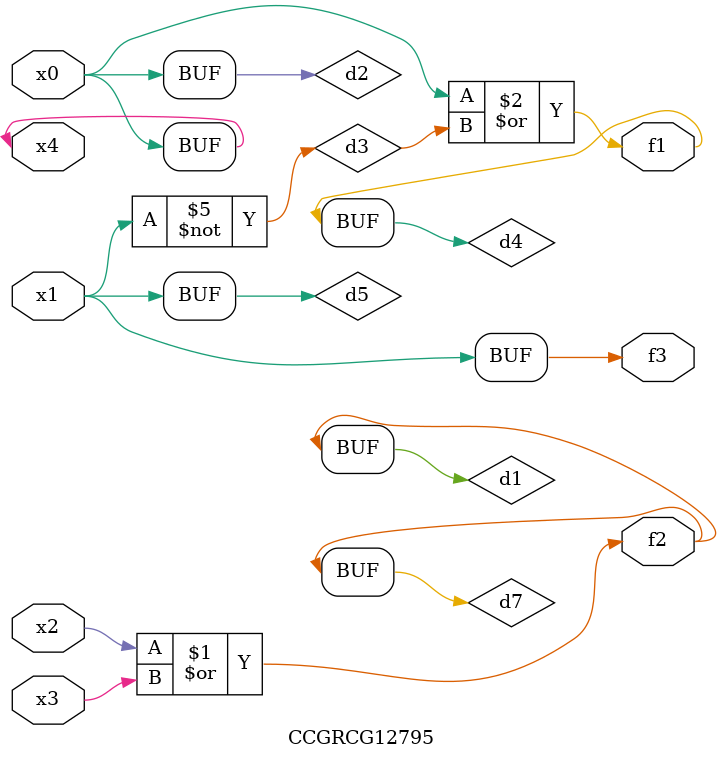
<source format=v>
module CCGRCG12795(
	input x0, x1, x2, x3, x4,
	output f1, f2, f3
);

	wire d1, d2, d3, d4, d5, d6, d7;

	or (d1, x2, x3);
	buf (d2, x0, x4);
	not (d3, x1);
	or (d4, d2, d3);
	not (d5, d3);
	nand (d6, d1, d3);
	or (d7, d1);
	assign f1 = d4;
	assign f2 = d7;
	assign f3 = d5;
endmodule

</source>
